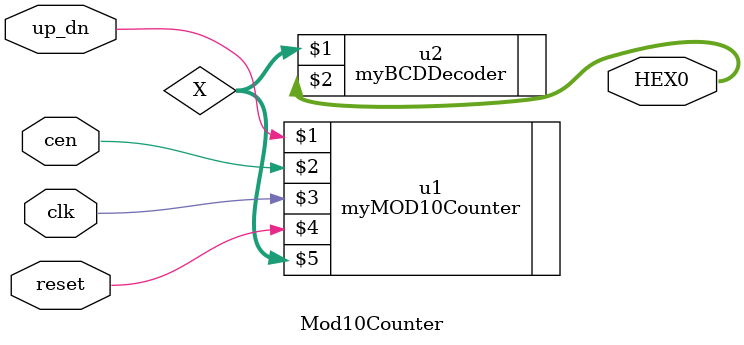
<source format=v>
module Mod10Counter (
input up_dn,
input cen, 
input clk, 
input reset,
output [6:0]HEX0 
);

wire [3:0] X;

myMOD10Counter u1(up_dn, cen,clk,reset,X);
myBCDDecoder u2(X[3:0],HEX0);

endmodule 
</source>
